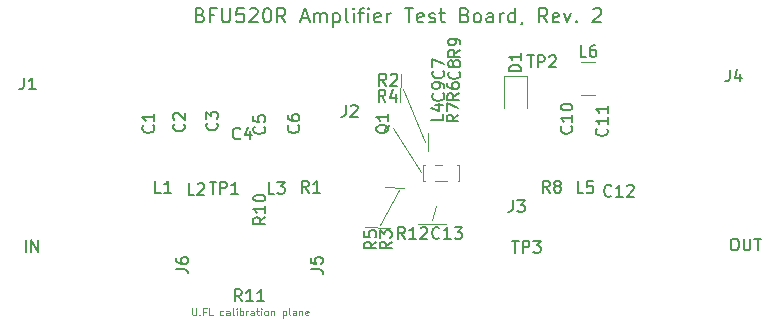
<source format=gbr>
G04 #@! TF.GenerationSoftware,KiCad,Pcbnew,5.1.2-f72e74a~84~ubuntu18.04.1*
G04 #@! TF.CreationDate,2019-08-01T22:55:58-04:00*
G04 #@! TF.ProjectId,iss-lna,6973732d-6c6e-4612-9e6b-696361645f70,rev?*
G04 #@! TF.SameCoordinates,Original*
G04 #@! TF.FileFunction,Legend,Top*
G04 #@! TF.FilePolarity,Positive*
%FSLAX46Y46*%
G04 Gerber Fmt 4.6, Leading zero omitted, Abs format (unit mm)*
G04 Created by KiCad (PCBNEW 5.1.2-f72e74a~84~ubuntu18.04.1) date 2019-08-01 22:55:58*
%MOMM*%
%LPD*%
G04 APERTURE LIST*
%ADD10C,0.120000*%
%ADD11C,0.100000*%
%ADD12C,0.150000*%
G04 APERTURE END LIST*
D10*
X114750000Y-58300000D02*
X112350000Y-54600000D01*
X112850000Y-59800000D02*
X111300000Y-62800000D01*
X112150000Y-63050000D02*
X110000000Y-63000000D01*
X111700000Y-59600000D02*
X113300000Y-59650000D01*
X115100000Y-55800000D02*
X113200000Y-51300000D01*
X115300000Y-55000000D02*
X115300000Y-56500000D01*
X113050000Y-50000000D02*
X112950000Y-52400000D01*
D11*
X95385714Y-69846428D02*
X95385714Y-70332142D01*
X95414285Y-70389285D01*
X95442857Y-70417857D01*
X95500000Y-70446428D01*
X95614285Y-70446428D01*
X95671428Y-70417857D01*
X95700000Y-70389285D01*
X95728571Y-70332142D01*
X95728571Y-69846428D01*
X96014285Y-70389285D02*
X96042857Y-70417857D01*
X96014285Y-70446428D01*
X95985714Y-70417857D01*
X96014285Y-70389285D01*
X96014285Y-70446428D01*
X96500000Y-70132142D02*
X96300000Y-70132142D01*
X96300000Y-70446428D02*
X96300000Y-69846428D01*
X96585714Y-69846428D01*
X97100000Y-70446428D02*
X96814285Y-70446428D01*
X96814285Y-69846428D01*
X98014285Y-70417857D02*
X97957142Y-70446428D01*
X97842857Y-70446428D01*
X97785714Y-70417857D01*
X97757142Y-70389285D01*
X97728571Y-70332142D01*
X97728571Y-70160714D01*
X97757142Y-70103571D01*
X97785714Y-70075000D01*
X97842857Y-70046428D01*
X97957142Y-70046428D01*
X98014285Y-70075000D01*
X98528571Y-70446428D02*
X98528571Y-70132142D01*
X98500000Y-70075000D01*
X98442857Y-70046428D01*
X98328571Y-70046428D01*
X98271428Y-70075000D01*
X98528571Y-70417857D02*
X98471428Y-70446428D01*
X98328571Y-70446428D01*
X98271428Y-70417857D01*
X98242857Y-70360714D01*
X98242857Y-70303571D01*
X98271428Y-70246428D01*
X98328571Y-70217857D01*
X98471428Y-70217857D01*
X98528571Y-70189285D01*
X98900000Y-70446428D02*
X98842857Y-70417857D01*
X98814285Y-70360714D01*
X98814285Y-69846428D01*
X99128571Y-70446428D02*
X99128571Y-70046428D01*
X99128571Y-69846428D02*
X99100000Y-69875000D01*
X99128571Y-69903571D01*
X99157142Y-69875000D01*
X99128571Y-69846428D01*
X99128571Y-69903571D01*
X99414285Y-70446428D02*
X99414285Y-69846428D01*
X99414285Y-70075000D02*
X99471428Y-70046428D01*
X99585714Y-70046428D01*
X99642857Y-70075000D01*
X99671428Y-70103571D01*
X99700000Y-70160714D01*
X99700000Y-70332142D01*
X99671428Y-70389285D01*
X99642857Y-70417857D01*
X99585714Y-70446428D01*
X99471428Y-70446428D01*
X99414285Y-70417857D01*
X99957142Y-70446428D02*
X99957142Y-70046428D01*
X99957142Y-70160714D02*
X99985714Y-70103571D01*
X100014285Y-70075000D01*
X100071428Y-70046428D01*
X100128571Y-70046428D01*
X100585714Y-70446428D02*
X100585714Y-70132142D01*
X100557142Y-70075000D01*
X100500000Y-70046428D01*
X100385714Y-70046428D01*
X100328571Y-70075000D01*
X100585714Y-70417857D02*
X100528571Y-70446428D01*
X100385714Y-70446428D01*
X100328571Y-70417857D01*
X100300000Y-70360714D01*
X100300000Y-70303571D01*
X100328571Y-70246428D01*
X100385714Y-70217857D01*
X100528571Y-70217857D01*
X100585714Y-70189285D01*
X100785714Y-70046428D02*
X101014285Y-70046428D01*
X100871428Y-69846428D02*
X100871428Y-70360714D01*
X100900000Y-70417857D01*
X100957142Y-70446428D01*
X101014285Y-70446428D01*
X101214285Y-70446428D02*
X101214285Y-70046428D01*
X101214285Y-69846428D02*
X101185714Y-69875000D01*
X101214285Y-69903571D01*
X101242857Y-69875000D01*
X101214285Y-69846428D01*
X101214285Y-69903571D01*
X101585714Y-70446428D02*
X101528571Y-70417857D01*
X101500000Y-70389285D01*
X101471428Y-70332142D01*
X101471428Y-70160714D01*
X101500000Y-70103571D01*
X101528571Y-70075000D01*
X101585714Y-70046428D01*
X101671428Y-70046428D01*
X101728571Y-70075000D01*
X101757142Y-70103571D01*
X101785714Y-70160714D01*
X101785714Y-70332142D01*
X101757142Y-70389285D01*
X101728571Y-70417857D01*
X101671428Y-70446428D01*
X101585714Y-70446428D01*
X102042857Y-70046428D02*
X102042857Y-70446428D01*
X102042857Y-70103571D02*
X102071428Y-70075000D01*
X102128571Y-70046428D01*
X102214285Y-70046428D01*
X102271428Y-70075000D01*
X102300000Y-70132142D01*
X102300000Y-70446428D01*
X103042857Y-70046428D02*
X103042857Y-70646428D01*
X103042857Y-70075000D02*
X103100000Y-70046428D01*
X103214285Y-70046428D01*
X103271428Y-70075000D01*
X103300000Y-70103571D01*
X103328571Y-70160714D01*
X103328571Y-70332142D01*
X103300000Y-70389285D01*
X103271428Y-70417857D01*
X103214285Y-70446428D01*
X103100000Y-70446428D01*
X103042857Y-70417857D01*
X103671428Y-70446428D02*
X103614285Y-70417857D01*
X103585714Y-70360714D01*
X103585714Y-69846428D01*
X104157142Y-70446428D02*
X104157142Y-70132142D01*
X104128571Y-70075000D01*
X104071428Y-70046428D01*
X103957142Y-70046428D01*
X103900000Y-70075000D01*
X104157142Y-70417857D02*
X104100000Y-70446428D01*
X103957142Y-70446428D01*
X103900000Y-70417857D01*
X103871428Y-70360714D01*
X103871428Y-70303571D01*
X103900000Y-70246428D01*
X103957142Y-70217857D01*
X104100000Y-70217857D01*
X104157142Y-70189285D01*
X104442857Y-70046428D02*
X104442857Y-70446428D01*
X104442857Y-70103571D02*
X104471428Y-70075000D01*
X104528571Y-70046428D01*
X104614285Y-70046428D01*
X104671428Y-70075000D01*
X104700000Y-70132142D01*
X104700000Y-70446428D01*
X105214285Y-70417857D02*
X105157142Y-70446428D01*
X105042857Y-70446428D01*
X104985714Y-70417857D01*
X104957142Y-70360714D01*
X104957142Y-70132142D01*
X104985714Y-70075000D01*
X105042857Y-70046428D01*
X105157142Y-70046428D01*
X105214285Y-70075000D01*
X105242857Y-70132142D01*
X105242857Y-70189285D01*
X104957142Y-70246428D01*
D12*
X96057142Y-45014285D02*
X96228571Y-45071428D01*
X96285714Y-45128571D01*
X96342857Y-45242857D01*
X96342857Y-45414285D01*
X96285714Y-45528571D01*
X96228571Y-45585714D01*
X96114285Y-45642857D01*
X95657142Y-45642857D01*
X95657142Y-44442857D01*
X96057142Y-44442857D01*
X96171428Y-44500000D01*
X96228571Y-44557142D01*
X96285714Y-44671428D01*
X96285714Y-44785714D01*
X96228571Y-44900000D01*
X96171428Y-44957142D01*
X96057142Y-45014285D01*
X95657142Y-45014285D01*
X97257142Y-45014285D02*
X96857142Y-45014285D01*
X96857142Y-45642857D02*
X96857142Y-44442857D01*
X97428571Y-44442857D01*
X97885714Y-44442857D02*
X97885714Y-45414285D01*
X97942857Y-45528571D01*
X98000000Y-45585714D01*
X98114285Y-45642857D01*
X98342857Y-45642857D01*
X98457142Y-45585714D01*
X98514285Y-45528571D01*
X98571428Y-45414285D01*
X98571428Y-44442857D01*
X99714285Y-44442857D02*
X99142857Y-44442857D01*
X99085714Y-45014285D01*
X99142857Y-44957142D01*
X99257142Y-44900000D01*
X99542857Y-44900000D01*
X99657142Y-44957142D01*
X99714285Y-45014285D01*
X99771428Y-45128571D01*
X99771428Y-45414285D01*
X99714285Y-45528571D01*
X99657142Y-45585714D01*
X99542857Y-45642857D01*
X99257142Y-45642857D01*
X99142857Y-45585714D01*
X99085714Y-45528571D01*
X100228571Y-44557142D02*
X100285714Y-44500000D01*
X100400000Y-44442857D01*
X100685714Y-44442857D01*
X100800000Y-44500000D01*
X100857142Y-44557142D01*
X100914285Y-44671428D01*
X100914285Y-44785714D01*
X100857142Y-44957142D01*
X100171428Y-45642857D01*
X100914285Y-45642857D01*
X101657142Y-44442857D02*
X101771428Y-44442857D01*
X101885714Y-44500000D01*
X101942857Y-44557142D01*
X102000000Y-44671428D01*
X102057142Y-44900000D01*
X102057142Y-45185714D01*
X102000000Y-45414285D01*
X101942857Y-45528571D01*
X101885714Y-45585714D01*
X101771428Y-45642857D01*
X101657142Y-45642857D01*
X101542857Y-45585714D01*
X101485714Y-45528571D01*
X101428571Y-45414285D01*
X101371428Y-45185714D01*
X101371428Y-44900000D01*
X101428571Y-44671428D01*
X101485714Y-44557142D01*
X101542857Y-44500000D01*
X101657142Y-44442857D01*
X103257142Y-45642857D02*
X102857142Y-45071428D01*
X102571428Y-45642857D02*
X102571428Y-44442857D01*
X103028571Y-44442857D01*
X103142857Y-44500000D01*
X103200000Y-44557142D01*
X103257142Y-44671428D01*
X103257142Y-44842857D01*
X103200000Y-44957142D01*
X103142857Y-45014285D01*
X103028571Y-45071428D01*
X102571428Y-45071428D01*
X104628571Y-45300000D02*
X105200000Y-45300000D01*
X104514285Y-45642857D02*
X104914285Y-44442857D01*
X105314285Y-45642857D01*
X105714285Y-45642857D02*
X105714285Y-44842857D01*
X105714285Y-44957142D02*
X105771428Y-44900000D01*
X105885714Y-44842857D01*
X106057142Y-44842857D01*
X106171428Y-44900000D01*
X106228571Y-45014285D01*
X106228571Y-45642857D01*
X106228571Y-45014285D02*
X106285714Y-44900000D01*
X106400000Y-44842857D01*
X106571428Y-44842857D01*
X106685714Y-44900000D01*
X106742857Y-45014285D01*
X106742857Y-45642857D01*
X107314285Y-44842857D02*
X107314285Y-46042857D01*
X107314285Y-44900000D02*
X107428571Y-44842857D01*
X107657142Y-44842857D01*
X107771428Y-44900000D01*
X107828571Y-44957142D01*
X107885714Y-45071428D01*
X107885714Y-45414285D01*
X107828571Y-45528571D01*
X107771428Y-45585714D01*
X107657142Y-45642857D01*
X107428571Y-45642857D01*
X107314285Y-45585714D01*
X108571428Y-45642857D02*
X108457142Y-45585714D01*
X108400000Y-45471428D01*
X108400000Y-44442857D01*
X109028571Y-45642857D02*
X109028571Y-44842857D01*
X109028571Y-44442857D02*
X108971428Y-44500000D01*
X109028571Y-44557142D01*
X109085714Y-44500000D01*
X109028571Y-44442857D01*
X109028571Y-44557142D01*
X109428571Y-44842857D02*
X109885714Y-44842857D01*
X109600000Y-45642857D02*
X109600000Y-44614285D01*
X109657142Y-44500000D01*
X109771428Y-44442857D01*
X109885714Y-44442857D01*
X110285714Y-45642857D02*
X110285714Y-44842857D01*
X110285714Y-44442857D02*
X110228571Y-44500000D01*
X110285714Y-44557142D01*
X110342857Y-44500000D01*
X110285714Y-44442857D01*
X110285714Y-44557142D01*
X111314285Y-45585714D02*
X111200000Y-45642857D01*
X110971428Y-45642857D01*
X110857142Y-45585714D01*
X110800000Y-45471428D01*
X110800000Y-45014285D01*
X110857142Y-44900000D01*
X110971428Y-44842857D01*
X111200000Y-44842857D01*
X111314285Y-44900000D01*
X111371428Y-45014285D01*
X111371428Y-45128571D01*
X110800000Y-45242857D01*
X111885714Y-45642857D02*
X111885714Y-44842857D01*
X111885714Y-45071428D02*
X111942857Y-44957142D01*
X112000000Y-44900000D01*
X112114285Y-44842857D01*
X112228571Y-44842857D01*
X113371428Y-44442857D02*
X114057142Y-44442857D01*
X113714285Y-45642857D02*
X113714285Y-44442857D01*
X114914285Y-45585714D02*
X114800000Y-45642857D01*
X114571428Y-45642857D01*
X114457142Y-45585714D01*
X114400000Y-45471428D01*
X114400000Y-45014285D01*
X114457142Y-44900000D01*
X114571428Y-44842857D01*
X114800000Y-44842857D01*
X114914285Y-44900000D01*
X114971428Y-45014285D01*
X114971428Y-45128571D01*
X114400000Y-45242857D01*
X115428571Y-45585714D02*
X115542857Y-45642857D01*
X115771428Y-45642857D01*
X115885714Y-45585714D01*
X115942857Y-45471428D01*
X115942857Y-45414285D01*
X115885714Y-45300000D01*
X115771428Y-45242857D01*
X115600000Y-45242857D01*
X115485714Y-45185714D01*
X115428571Y-45071428D01*
X115428571Y-45014285D01*
X115485714Y-44900000D01*
X115600000Y-44842857D01*
X115771428Y-44842857D01*
X115885714Y-44900000D01*
X116285714Y-44842857D02*
X116742857Y-44842857D01*
X116457142Y-44442857D02*
X116457142Y-45471428D01*
X116514285Y-45585714D01*
X116628571Y-45642857D01*
X116742857Y-45642857D01*
X118457142Y-45014285D02*
X118628571Y-45071428D01*
X118685714Y-45128571D01*
X118742857Y-45242857D01*
X118742857Y-45414285D01*
X118685714Y-45528571D01*
X118628571Y-45585714D01*
X118514285Y-45642857D01*
X118057142Y-45642857D01*
X118057142Y-44442857D01*
X118457142Y-44442857D01*
X118571428Y-44500000D01*
X118628571Y-44557142D01*
X118685714Y-44671428D01*
X118685714Y-44785714D01*
X118628571Y-44900000D01*
X118571428Y-44957142D01*
X118457142Y-45014285D01*
X118057142Y-45014285D01*
X119428571Y-45642857D02*
X119314285Y-45585714D01*
X119257142Y-45528571D01*
X119200000Y-45414285D01*
X119200000Y-45071428D01*
X119257142Y-44957142D01*
X119314285Y-44900000D01*
X119428571Y-44842857D01*
X119600000Y-44842857D01*
X119714285Y-44900000D01*
X119771428Y-44957142D01*
X119828571Y-45071428D01*
X119828571Y-45414285D01*
X119771428Y-45528571D01*
X119714285Y-45585714D01*
X119600000Y-45642857D01*
X119428571Y-45642857D01*
X120857142Y-45642857D02*
X120857142Y-45014285D01*
X120800000Y-44900000D01*
X120685714Y-44842857D01*
X120457142Y-44842857D01*
X120342857Y-44900000D01*
X120857142Y-45585714D02*
X120742857Y-45642857D01*
X120457142Y-45642857D01*
X120342857Y-45585714D01*
X120285714Y-45471428D01*
X120285714Y-45357142D01*
X120342857Y-45242857D01*
X120457142Y-45185714D01*
X120742857Y-45185714D01*
X120857142Y-45128571D01*
X121428571Y-45642857D02*
X121428571Y-44842857D01*
X121428571Y-45071428D02*
X121485714Y-44957142D01*
X121542857Y-44900000D01*
X121657142Y-44842857D01*
X121771428Y-44842857D01*
X122685714Y-45642857D02*
X122685714Y-44442857D01*
X122685714Y-45585714D02*
X122571428Y-45642857D01*
X122342857Y-45642857D01*
X122228571Y-45585714D01*
X122171428Y-45528571D01*
X122114285Y-45414285D01*
X122114285Y-45071428D01*
X122171428Y-44957142D01*
X122228571Y-44900000D01*
X122342857Y-44842857D01*
X122571428Y-44842857D01*
X122685714Y-44900000D01*
X123314285Y-45585714D02*
X123314285Y-45642857D01*
X123257142Y-45757142D01*
X123200000Y-45814285D01*
X125428571Y-45642857D02*
X125028571Y-45071428D01*
X124742857Y-45642857D02*
X124742857Y-44442857D01*
X125200000Y-44442857D01*
X125314285Y-44500000D01*
X125371428Y-44557142D01*
X125428571Y-44671428D01*
X125428571Y-44842857D01*
X125371428Y-44957142D01*
X125314285Y-45014285D01*
X125200000Y-45071428D01*
X124742857Y-45071428D01*
X126400000Y-45585714D02*
X126285714Y-45642857D01*
X126057142Y-45642857D01*
X125942857Y-45585714D01*
X125885714Y-45471428D01*
X125885714Y-45014285D01*
X125942857Y-44900000D01*
X126057142Y-44842857D01*
X126285714Y-44842857D01*
X126400000Y-44900000D01*
X126457142Y-45014285D01*
X126457142Y-45128571D01*
X125885714Y-45242857D01*
X126857142Y-44842857D02*
X127142857Y-45642857D01*
X127428571Y-44842857D01*
X127885714Y-45528571D02*
X127942857Y-45585714D01*
X127885714Y-45642857D01*
X127828571Y-45585714D01*
X127885714Y-45528571D01*
X127885714Y-45642857D01*
X129314285Y-44557142D02*
X129371428Y-44500000D01*
X129485714Y-44442857D01*
X129771428Y-44442857D01*
X129885714Y-44500000D01*
X129942857Y-44557142D01*
X130000000Y-44671428D01*
X130000000Y-44785714D01*
X129942857Y-44957142D01*
X129257142Y-45642857D01*
X130000000Y-45642857D01*
X141200000Y-63952380D02*
X141390476Y-63952380D01*
X141485714Y-64000000D01*
X141580952Y-64095238D01*
X141628571Y-64285714D01*
X141628571Y-64619047D01*
X141580952Y-64809523D01*
X141485714Y-64904761D01*
X141390476Y-64952380D01*
X141200000Y-64952380D01*
X141104761Y-64904761D01*
X141009523Y-64809523D01*
X140961904Y-64619047D01*
X140961904Y-64285714D01*
X141009523Y-64095238D01*
X141104761Y-64000000D01*
X141200000Y-63952380D01*
X142057142Y-63952380D02*
X142057142Y-64761904D01*
X142104761Y-64857142D01*
X142152380Y-64904761D01*
X142247619Y-64952380D01*
X142438095Y-64952380D01*
X142533333Y-64904761D01*
X142580952Y-64857142D01*
X142628571Y-64761904D01*
X142628571Y-63952380D01*
X142961904Y-63952380D02*
X143533333Y-63952380D01*
X143247619Y-64952380D02*
X143247619Y-63952380D01*
X81276190Y-65052380D02*
X81276190Y-64052380D01*
X81752380Y-65052380D02*
X81752380Y-64052380D01*
X82323809Y-65052380D01*
X82323809Y-64052380D01*
D10*
X115700000Y-62400000D02*
X116000000Y-61200000D01*
X116850000Y-62750000D02*
X114450000Y-62750000D01*
X116950000Y-59100000D02*
X115950000Y-59100000D01*
X116550000Y-57700000D02*
X115950000Y-57700000D01*
X114950000Y-59100000D02*
X114950000Y-57700000D01*
X117950000Y-59100000D02*
X117950000Y-57700000D01*
X117950000Y-57700000D02*
X117750000Y-57700000D01*
X114950000Y-57700000D02*
X115050000Y-57700000D01*
X115050000Y-59100000D02*
X114950000Y-59100000D01*
X117950000Y-59100000D02*
X117850000Y-59100000D01*
X128297936Y-51760000D02*
X129502064Y-51760000D01*
X128297936Y-49040000D02*
X129502064Y-49040000D01*
X121790000Y-50215000D02*
X121790000Y-52900000D01*
X123710000Y-50215000D02*
X121790000Y-50215000D01*
X123710000Y-52900000D02*
X123710000Y-50215000D01*
D12*
X123738095Y-48452380D02*
X124309523Y-48452380D01*
X124023809Y-49452380D02*
X124023809Y-48452380D01*
X124642857Y-49452380D02*
X124642857Y-48452380D01*
X125023809Y-48452380D01*
X125119047Y-48500000D01*
X125166666Y-48547619D01*
X125214285Y-48642857D01*
X125214285Y-48785714D01*
X125166666Y-48880952D01*
X125119047Y-48928571D01*
X125023809Y-48976190D01*
X124642857Y-48976190D01*
X125595238Y-48547619D02*
X125642857Y-48500000D01*
X125738095Y-48452380D01*
X125976190Y-48452380D01*
X126071428Y-48500000D01*
X126119047Y-48547619D01*
X126166666Y-48642857D01*
X126166666Y-48738095D01*
X126119047Y-48880952D01*
X125547619Y-49452380D01*
X126166666Y-49452380D01*
X140866666Y-49652380D02*
X140866666Y-50366666D01*
X140819047Y-50509523D01*
X140723809Y-50604761D01*
X140580952Y-50652380D01*
X140485714Y-50652380D01*
X141771428Y-49985714D02*
X141771428Y-50652380D01*
X141533333Y-49604761D02*
X141295238Y-50319047D01*
X141914285Y-50319047D01*
X81126666Y-50322380D02*
X81126666Y-51036666D01*
X81079047Y-51179523D01*
X80983809Y-51274761D01*
X80840952Y-51322380D01*
X80745714Y-51322380D01*
X82126666Y-51322380D02*
X81555238Y-51322380D01*
X81840952Y-51322380D02*
X81840952Y-50322380D01*
X81745714Y-50465238D01*
X81650476Y-50560476D01*
X81555238Y-50608095D01*
X117902380Y-53466666D02*
X117426190Y-53800000D01*
X117902380Y-54038095D02*
X116902380Y-54038095D01*
X116902380Y-53657142D01*
X116950000Y-53561904D01*
X116997619Y-53514285D01*
X117092857Y-53466666D01*
X117235714Y-53466666D01*
X117330952Y-53514285D01*
X117378571Y-53561904D01*
X117426190Y-53657142D01*
X117426190Y-54038095D01*
X116902380Y-53133333D02*
X116902380Y-52466666D01*
X117902380Y-52895238D01*
X113382142Y-63977380D02*
X113048809Y-63501190D01*
X112810714Y-63977380D02*
X112810714Y-62977380D01*
X113191666Y-62977380D01*
X113286904Y-63025000D01*
X113334523Y-63072619D01*
X113382142Y-63167857D01*
X113382142Y-63310714D01*
X113334523Y-63405952D01*
X113286904Y-63453571D01*
X113191666Y-63501190D01*
X112810714Y-63501190D01*
X114334523Y-63977380D02*
X113763095Y-63977380D01*
X114048809Y-63977380D02*
X114048809Y-62977380D01*
X113953571Y-63120238D01*
X113858333Y-63215476D01*
X113763095Y-63263095D01*
X114715476Y-63072619D02*
X114763095Y-63025000D01*
X114858333Y-62977380D01*
X115096428Y-62977380D01*
X115191666Y-63025000D01*
X115239285Y-63072619D01*
X115286904Y-63167857D01*
X115286904Y-63263095D01*
X115239285Y-63405952D01*
X114667857Y-63977380D01*
X115286904Y-63977380D01*
X116307142Y-63882142D02*
X116259523Y-63929761D01*
X116116666Y-63977380D01*
X116021428Y-63977380D01*
X115878571Y-63929761D01*
X115783333Y-63834523D01*
X115735714Y-63739285D01*
X115688095Y-63548809D01*
X115688095Y-63405952D01*
X115735714Y-63215476D01*
X115783333Y-63120238D01*
X115878571Y-63025000D01*
X116021428Y-62977380D01*
X116116666Y-62977380D01*
X116259523Y-63025000D01*
X116307142Y-63072619D01*
X117259523Y-63977380D02*
X116688095Y-63977380D01*
X116973809Y-63977380D02*
X116973809Y-62977380D01*
X116878571Y-63120238D01*
X116783333Y-63215476D01*
X116688095Y-63263095D01*
X117592857Y-62977380D02*
X118211904Y-62977380D01*
X117878571Y-63358333D01*
X118021428Y-63358333D01*
X118116666Y-63405952D01*
X118164285Y-63453571D01*
X118211904Y-63548809D01*
X118211904Y-63786904D01*
X118164285Y-63882142D01*
X118116666Y-63929761D01*
X118021428Y-63977380D01*
X117735714Y-63977380D01*
X117640476Y-63929761D01*
X117592857Y-63882142D01*
X122438095Y-64152380D02*
X123009523Y-64152380D01*
X122723809Y-65152380D02*
X122723809Y-64152380D01*
X123342857Y-65152380D02*
X123342857Y-64152380D01*
X123723809Y-64152380D01*
X123819047Y-64200000D01*
X123866666Y-64247619D01*
X123914285Y-64342857D01*
X123914285Y-64485714D01*
X123866666Y-64580952D01*
X123819047Y-64628571D01*
X123723809Y-64676190D01*
X123342857Y-64676190D01*
X124247619Y-64152380D02*
X124866666Y-64152380D01*
X124533333Y-64533333D01*
X124676190Y-64533333D01*
X124771428Y-64580952D01*
X124819047Y-64628571D01*
X124866666Y-64723809D01*
X124866666Y-64961904D01*
X124819047Y-65057142D01*
X124771428Y-65104761D01*
X124676190Y-65152380D01*
X124390476Y-65152380D01*
X124295238Y-65104761D01*
X124247619Y-65057142D01*
X96838095Y-59152380D02*
X97409523Y-59152380D01*
X97123809Y-60152380D02*
X97123809Y-59152380D01*
X97742857Y-60152380D02*
X97742857Y-59152380D01*
X98123809Y-59152380D01*
X98219047Y-59200000D01*
X98266666Y-59247619D01*
X98314285Y-59342857D01*
X98314285Y-59485714D01*
X98266666Y-59580952D01*
X98219047Y-59628571D01*
X98123809Y-59676190D01*
X97742857Y-59676190D01*
X99266666Y-60152380D02*
X98695238Y-60152380D01*
X98980952Y-60152380D02*
X98980952Y-59152380D01*
X98885714Y-59295238D01*
X98790476Y-59390476D01*
X98695238Y-59438095D01*
X99557142Y-69252380D02*
X99223809Y-68776190D01*
X98985714Y-69252380D02*
X98985714Y-68252380D01*
X99366666Y-68252380D01*
X99461904Y-68300000D01*
X99509523Y-68347619D01*
X99557142Y-68442857D01*
X99557142Y-68585714D01*
X99509523Y-68680952D01*
X99461904Y-68728571D01*
X99366666Y-68776190D01*
X98985714Y-68776190D01*
X100509523Y-69252380D02*
X99938095Y-69252380D01*
X100223809Y-69252380D02*
X100223809Y-68252380D01*
X100128571Y-68395238D01*
X100033333Y-68490476D01*
X99938095Y-68538095D01*
X101461904Y-69252380D02*
X100890476Y-69252380D01*
X101176190Y-69252380D02*
X101176190Y-68252380D01*
X101080952Y-68395238D01*
X100985714Y-68490476D01*
X100890476Y-68538095D01*
X101552380Y-62142857D02*
X101076190Y-62476190D01*
X101552380Y-62714285D02*
X100552380Y-62714285D01*
X100552380Y-62333333D01*
X100600000Y-62238095D01*
X100647619Y-62190476D01*
X100742857Y-62142857D01*
X100885714Y-62142857D01*
X100980952Y-62190476D01*
X101028571Y-62238095D01*
X101076190Y-62333333D01*
X101076190Y-62714285D01*
X101552380Y-61190476D02*
X101552380Y-61761904D01*
X101552380Y-61476190D02*
X100552380Y-61476190D01*
X100695238Y-61571428D01*
X100790476Y-61666666D01*
X100838095Y-61761904D01*
X100552380Y-60571428D02*
X100552380Y-60476190D01*
X100600000Y-60380952D01*
X100647619Y-60333333D01*
X100742857Y-60285714D01*
X100933333Y-60238095D01*
X101171428Y-60238095D01*
X101361904Y-60285714D01*
X101457142Y-60333333D01*
X101504761Y-60380952D01*
X101552380Y-60476190D01*
X101552380Y-60571428D01*
X101504761Y-60666666D01*
X101457142Y-60714285D01*
X101361904Y-60761904D01*
X101171428Y-60809523D01*
X100933333Y-60809523D01*
X100742857Y-60761904D01*
X100647619Y-60714285D01*
X100600000Y-60666666D01*
X100552380Y-60571428D01*
X118052380Y-47966666D02*
X117576190Y-48300000D01*
X118052380Y-48538095D02*
X117052380Y-48538095D01*
X117052380Y-48157142D01*
X117100000Y-48061904D01*
X117147619Y-48014285D01*
X117242857Y-47966666D01*
X117385714Y-47966666D01*
X117480952Y-48014285D01*
X117528571Y-48061904D01*
X117576190Y-48157142D01*
X117576190Y-48538095D01*
X118052380Y-47490476D02*
X118052380Y-47300000D01*
X118004761Y-47204761D01*
X117957142Y-47157142D01*
X117814285Y-47061904D01*
X117623809Y-47014285D01*
X117242857Y-47014285D01*
X117147619Y-47061904D01*
X117100000Y-47109523D01*
X117052380Y-47204761D01*
X117052380Y-47395238D01*
X117100000Y-47490476D01*
X117147619Y-47538095D01*
X117242857Y-47585714D01*
X117480952Y-47585714D01*
X117576190Y-47538095D01*
X117623809Y-47490476D01*
X117671428Y-47395238D01*
X117671428Y-47204761D01*
X117623809Y-47109523D01*
X117576190Y-47061904D01*
X117480952Y-47014285D01*
X125633333Y-60052380D02*
X125300000Y-59576190D01*
X125061904Y-60052380D02*
X125061904Y-59052380D01*
X125442857Y-59052380D01*
X125538095Y-59100000D01*
X125585714Y-59147619D01*
X125633333Y-59242857D01*
X125633333Y-59385714D01*
X125585714Y-59480952D01*
X125538095Y-59528571D01*
X125442857Y-59576190D01*
X125061904Y-59576190D01*
X126204761Y-59480952D02*
X126109523Y-59433333D01*
X126061904Y-59385714D01*
X126014285Y-59290476D01*
X126014285Y-59242857D01*
X126061904Y-59147619D01*
X126109523Y-59100000D01*
X126204761Y-59052380D01*
X126395238Y-59052380D01*
X126490476Y-59100000D01*
X126538095Y-59147619D01*
X126585714Y-59242857D01*
X126585714Y-59290476D01*
X126538095Y-59385714D01*
X126490476Y-59433333D01*
X126395238Y-59480952D01*
X126204761Y-59480952D01*
X126109523Y-59528571D01*
X126061904Y-59576190D01*
X126014285Y-59671428D01*
X126014285Y-59861904D01*
X126061904Y-59957142D01*
X126109523Y-60004761D01*
X126204761Y-60052380D01*
X126395238Y-60052380D01*
X126490476Y-60004761D01*
X126538095Y-59957142D01*
X126585714Y-59861904D01*
X126585714Y-59671428D01*
X126538095Y-59576190D01*
X126490476Y-59528571D01*
X126395238Y-59480952D01*
X117952380Y-51666666D02*
X117476190Y-52000000D01*
X117952380Y-52238095D02*
X116952380Y-52238095D01*
X116952380Y-51857142D01*
X117000000Y-51761904D01*
X117047619Y-51714285D01*
X117142857Y-51666666D01*
X117285714Y-51666666D01*
X117380952Y-51714285D01*
X117428571Y-51761904D01*
X117476190Y-51857142D01*
X117476190Y-52238095D01*
X116952380Y-50809523D02*
X116952380Y-51000000D01*
X117000000Y-51095238D01*
X117047619Y-51142857D01*
X117190476Y-51238095D01*
X117380952Y-51285714D01*
X117761904Y-51285714D01*
X117857142Y-51238095D01*
X117904761Y-51190476D01*
X117952380Y-51095238D01*
X117952380Y-50904761D01*
X117904761Y-50809523D01*
X117857142Y-50761904D01*
X117761904Y-50714285D01*
X117523809Y-50714285D01*
X117428571Y-50761904D01*
X117380952Y-50809523D01*
X117333333Y-50904761D01*
X117333333Y-51095238D01*
X117380952Y-51190476D01*
X117428571Y-51238095D01*
X117523809Y-51285714D01*
X110952380Y-64216666D02*
X110476190Y-64550000D01*
X110952380Y-64788095D02*
X109952380Y-64788095D01*
X109952380Y-64407142D01*
X110000000Y-64311904D01*
X110047619Y-64264285D01*
X110142857Y-64216666D01*
X110285714Y-64216666D01*
X110380952Y-64264285D01*
X110428571Y-64311904D01*
X110476190Y-64407142D01*
X110476190Y-64788095D01*
X109952380Y-63311904D02*
X109952380Y-63788095D01*
X110428571Y-63835714D01*
X110380952Y-63788095D01*
X110333333Y-63692857D01*
X110333333Y-63454761D01*
X110380952Y-63359523D01*
X110428571Y-63311904D01*
X110523809Y-63264285D01*
X110761904Y-63264285D01*
X110857142Y-63311904D01*
X110904761Y-63359523D01*
X110952380Y-63454761D01*
X110952380Y-63692857D01*
X110904761Y-63788095D01*
X110857142Y-63835714D01*
X111733333Y-52352380D02*
X111400000Y-51876190D01*
X111161904Y-52352380D02*
X111161904Y-51352380D01*
X111542857Y-51352380D01*
X111638095Y-51400000D01*
X111685714Y-51447619D01*
X111733333Y-51542857D01*
X111733333Y-51685714D01*
X111685714Y-51780952D01*
X111638095Y-51828571D01*
X111542857Y-51876190D01*
X111161904Y-51876190D01*
X112590476Y-51685714D02*
X112590476Y-52352380D01*
X112352380Y-51304761D02*
X112114285Y-52019047D01*
X112733333Y-52019047D01*
X112252380Y-64216666D02*
X111776190Y-64550000D01*
X112252380Y-64788095D02*
X111252380Y-64788095D01*
X111252380Y-64407142D01*
X111300000Y-64311904D01*
X111347619Y-64264285D01*
X111442857Y-64216666D01*
X111585714Y-64216666D01*
X111680952Y-64264285D01*
X111728571Y-64311904D01*
X111776190Y-64407142D01*
X111776190Y-64788095D01*
X111252380Y-63883333D02*
X111252380Y-63264285D01*
X111633333Y-63597619D01*
X111633333Y-63454761D01*
X111680952Y-63359523D01*
X111728571Y-63311904D01*
X111823809Y-63264285D01*
X112061904Y-63264285D01*
X112157142Y-63311904D01*
X112204761Y-63359523D01*
X112252380Y-63454761D01*
X112252380Y-63740476D01*
X112204761Y-63835714D01*
X112157142Y-63883333D01*
X111783333Y-51002380D02*
X111450000Y-50526190D01*
X111211904Y-51002380D02*
X111211904Y-50002380D01*
X111592857Y-50002380D01*
X111688095Y-50050000D01*
X111735714Y-50097619D01*
X111783333Y-50192857D01*
X111783333Y-50335714D01*
X111735714Y-50430952D01*
X111688095Y-50478571D01*
X111592857Y-50526190D01*
X111211904Y-50526190D01*
X112164285Y-50097619D02*
X112211904Y-50050000D01*
X112307142Y-50002380D01*
X112545238Y-50002380D01*
X112640476Y-50050000D01*
X112688095Y-50097619D01*
X112735714Y-50192857D01*
X112735714Y-50288095D01*
X112688095Y-50430952D01*
X112116666Y-51002380D01*
X112735714Y-51002380D01*
X105233333Y-60052380D02*
X104900000Y-59576190D01*
X104661904Y-60052380D02*
X104661904Y-59052380D01*
X105042857Y-59052380D01*
X105138095Y-59100000D01*
X105185714Y-59147619D01*
X105233333Y-59242857D01*
X105233333Y-59385714D01*
X105185714Y-59480952D01*
X105138095Y-59528571D01*
X105042857Y-59576190D01*
X104661904Y-59576190D01*
X106185714Y-60052380D02*
X105614285Y-60052380D01*
X105900000Y-60052380D02*
X105900000Y-59052380D01*
X105804761Y-59195238D01*
X105709523Y-59290476D01*
X105614285Y-59338095D01*
X112047619Y-54295238D02*
X112000000Y-54390476D01*
X111904761Y-54485714D01*
X111761904Y-54628571D01*
X111714285Y-54723809D01*
X111714285Y-54819047D01*
X111952380Y-54771428D02*
X111904761Y-54866666D01*
X111809523Y-54961904D01*
X111619047Y-55009523D01*
X111285714Y-55009523D01*
X111095238Y-54961904D01*
X111000000Y-54866666D01*
X110952380Y-54771428D01*
X110952380Y-54580952D01*
X111000000Y-54485714D01*
X111095238Y-54390476D01*
X111285714Y-54342857D01*
X111619047Y-54342857D01*
X111809523Y-54390476D01*
X111904761Y-54485714D01*
X111952380Y-54580952D01*
X111952380Y-54771428D01*
X111952380Y-53390476D02*
X111952380Y-53961904D01*
X111952380Y-53676190D02*
X110952380Y-53676190D01*
X111095238Y-53771428D01*
X111190476Y-53866666D01*
X111238095Y-53961904D01*
X128733333Y-48572380D02*
X128257142Y-48572380D01*
X128257142Y-47572380D01*
X129495238Y-47572380D02*
X129304761Y-47572380D01*
X129209523Y-47620000D01*
X129161904Y-47667619D01*
X129066666Y-47810476D01*
X129019047Y-48000952D01*
X129019047Y-48381904D01*
X129066666Y-48477142D01*
X129114285Y-48524761D01*
X129209523Y-48572380D01*
X129400000Y-48572380D01*
X129495238Y-48524761D01*
X129542857Y-48477142D01*
X129590476Y-48381904D01*
X129590476Y-48143809D01*
X129542857Y-48048571D01*
X129495238Y-48000952D01*
X129400000Y-47953333D01*
X129209523Y-47953333D01*
X129114285Y-48000952D01*
X129066666Y-48048571D01*
X129019047Y-48143809D01*
X128483333Y-60102380D02*
X128007142Y-60102380D01*
X128007142Y-59102380D01*
X129292857Y-59102380D02*
X128816666Y-59102380D01*
X128769047Y-59578571D01*
X128816666Y-59530952D01*
X128911904Y-59483333D01*
X129150000Y-59483333D01*
X129245238Y-59530952D01*
X129292857Y-59578571D01*
X129340476Y-59673809D01*
X129340476Y-59911904D01*
X129292857Y-60007142D01*
X129245238Y-60054761D01*
X129150000Y-60102380D01*
X128911904Y-60102380D01*
X128816666Y-60054761D01*
X128769047Y-60007142D01*
X116602380Y-53416666D02*
X116602380Y-53892857D01*
X115602380Y-53892857D01*
X115935714Y-52654761D02*
X116602380Y-52654761D01*
X115554761Y-52892857D02*
X116269047Y-53130952D01*
X116269047Y-52511904D01*
X102333333Y-60152380D02*
X101857142Y-60152380D01*
X101857142Y-59152380D01*
X102571428Y-59152380D02*
X103190476Y-59152380D01*
X102857142Y-59533333D01*
X103000000Y-59533333D01*
X103095238Y-59580952D01*
X103142857Y-59628571D01*
X103190476Y-59723809D01*
X103190476Y-59961904D01*
X103142857Y-60057142D01*
X103095238Y-60104761D01*
X103000000Y-60152380D01*
X102714285Y-60152380D01*
X102619047Y-60104761D01*
X102571428Y-60057142D01*
X95533333Y-60252380D02*
X95057142Y-60252380D01*
X95057142Y-59252380D01*
X95819047Y-59347619D02*
X95866666Y-59300000D01*
X95961904Y-59252380D01*
X96200000Y-59252380D01*
X96295238Y-59300000D01*
X96342857Y-59347619D01*
X96390476Y-59442857D01*
X96390476Y-59538095D01*
X96342857Y-59680952D01*
X95771428Y-60252380D01*
X96390476Y-60252380D01*
X92733333Y-60052380D02*
X92257142Y-60052380D01*
X92257142Y-59052380D01*
X93590476Y-60052380D02*
X93019047Y-60052380D01*
X93304761Y-60052380D02*
X93304761Y-59052380D01*
X93209523Y-59195238D01*
X93114285Y-59290476D01*
X93019047Y-59338095D01*
X94002380Y-66528333D02*
X94716666Y-66528333D01*
X94859523Y-66575952D01*
X94954761Y-66671190D01*
X95002380Y-66814047D01*
X95002380Y-66909285D01*
X94002380Y-65623571D02*
X94002380Y-65814047D01*
X94050000Y-65909285D01*
X94097619Y-65956904D01*
X94240476Y-66052142D01*
X94430952Y-66099761D01*
X94811904Y-66099761D01*
X94907142Y-66052142D01*
X94954761Y-66004523D01*
X95002380Y-65909285D01*
X95002380Y-65718809D01*
X94954761Y-65623571D01*
X94907142Y-65575952D01*
X94811904Y-65528333D01*
X94573809Y-65528333D01*
X94478571Y-65575952D01*
X94430952Y-65623571D01*
X94383333Y-65718809D01*
X94383333Y-65909285D01*
X94430952Y-66004523D01*
X94478571Y-66052142D01*
X94573809Y-66099761D01*
X105402380Y-66533333D02*
X106116666Y-66533333D01*
X106259523Y-66580952D01*
X106354761Y-66676190D01*
X106402380Y-66819047D01*
X106402380Y-66914285D01*
X105402380Y-65580952D02*
X105402380Y-66057142D01*
X105878571Y-66104761D01*
X105830952Y-66057142D01*
X105783333Y-65961904D01*
X105783333Y-65723809D01*
X105830952Y-65628571D01*
X105878571Y-65580952D01*
X105973809Y-65533333D01*
X106211904Y-65533333D01*
X106307142Y-65580952D01*
X106354761Y-65628571D01*
X106402380Y-65723809D01*
X106402380Y-65961904D01*
X106354761Y-66057142D01*
X106307142Y-66104761D01*
X122516666Y-60702380D02*
X122516666Y-61416666D01*
X122469047Y-61559523D01*
X122373809Y-61654761D01*
X122230952Y-61702380D01*
X122135714Y-61702380D01*
X122897619Y-60702380D02*
X123516666Y-60702380D01*
X123183333Y-61083333D01*
X123326190Y-61083333D01*
X123421428Y-61130952D01*
X123469047Y-61178571D01*
X123516666Y-61273809D01*
X123516666Y-61511904D01*
X123469047Y-61607142D01*
X123421428Y-61654761D01*
X123326190Y-61702380D01*
X123040476Y-61702380D01*
X122945238Y-61654761D01*
X122897619Y-61607142D01*
X108366666Y-52652380D02*
X108366666Y-53366666D01*
X108319047Y-53509523D01*
X108223809Y-53604761D01*
X108080952Y-53652380D01*
X107985714Y-53652380D01*
X108795238Y-52747619D02*
X108842857Y-52700000D01*
X108938095Y-52652380D01*
X109176190Y-52652380D01*
X109271428Y-52700000D01*
X109319047Y-52747619D01*
X109366666Y-52842857D01*
X109366666Y-52938095D01*
X109319047Y-53080952D01*
X108747619Y-53652380D01*
X109366666Y-53652380D01*
X123202380Y-49788095D02*
X122202380Y-49788095D01*
X122202380Y-49550000D01*
X122250000Y-49407142D01*
X122345238Y-49311904D01*
X122440476Y-49264285D01*
X122630952Y-49216666D01*
X122773809Y-49216666D01*
X122964285Y-49264285D01*
X123059523Y-49311904D01*
X123154761Y-49407142D01*
X123202380Y-49550000D01*
X123202380Y-49788095D01*
X123202380Y-48264285D02*
X123202380Y-48835714D01*
X123202380Y-48550000D02*
X122202380Y-48550000D01*
X122345238Y-48645238D01*
X122440476Y-48740476D01*
X122488095Y-48835714D01*
X130857142Y-60307142D02*
X130809523Y-60354761D01*
X130666666Y-60402380D01*
X130571428Y-60402380D01*
X130428571Y-60354761D01*
X130333333Y-60259523D01*
X130285714Y-60164285D01*
X130238095Y-59973809D01*
X130238095Y-59830952D01*
X130285714Y-59640476D01*
X130333333Y-59545238D01*
X130428571Y-59450000D01*
X130571428Y-59402380D01*
X130666666Y-59402380D01*
X130809523Y-59450000D01*
X130857142Y-59497619D01*
X131809523Y-60402380D02*
X131238095Y-60402380D01*
X131523809Y-60402380D02*
X131523809Y-59402380D01*
X131428571Y-59545238D01*
X131333333Y-59640476D01*
X131238095Y-59688095D01*
X132190476Y-59497619D02*
X132238095Y-59450000D01*
X132333333Y-59402380D01*
X132571428Y-59402380D01*
X132666666Y-59450000D01*
X132714285Y-59497619D01*
X132761904Y-59592857D01*
X132761904Y-59688095D01*
X132714285Y-59830952D01*
X132142857Y-60402380D01*
X132761904Y-60402380D01*
X130457142Y-54642857D02*
X130504761Y-54690476D01*
X130552380Y-54833333D01*
X130552380Y-54928571D01*
X130504761Y-55071428D01*
X130409523Y-55166666D01*
X130314285Y-55214285D01*
X130123809Y-55261904D01*
X129980952Y-55261904D01*
X129790476Y-55214285D01*
X129695238Y-55166666D01*
X129600000Y-55071428D01*
X129552380Y-54928571D01*
X129552380Y-54833333D01*
X129600000Y-54690476D01*
X129647619Y-54642857D01*
X130552380Y-53690476D02*
X130552380Y-54261904D01*
X130552380Y-53976190D02*
X129552380Y-53976190D01*
X129695238Y-54071428D01*
X129790476Y-54166666D01*
X129838095Y-54261904D01*
X130552380Y-52738095D02*
X130552380Y-53309523D01*
X130552380Y-53023809D02*
X129552380Y-53023809D01*
X129695238Y-53119047D01*
X129790476Y-53214285D01*
X129838095Y-53309523D01*
X127457142Y-54442857D02*
X127504761Y-54490476D01*
X127552380Y-54633333D01*
X127552380Y-54728571D01*
X127504761Y-54871428D01*
X127409523Y-54966666D01*
X127314285Y-55014285D01*
X127123809Y-55061904D01*
X126980952Y-55061904D01*
X126790476Y-55014285D01*
X126695238Y-54966666D01*
X126600000Y-54871428D01*
X126552380Y-54728571D01*
X126552380Y-54633333D01*
X126600000Y-54490476D01*
X126647619Y-54442857D01*
X127552380Y-53490476D02*
X127552380Y-54061904D01*
X127552380Y-53776190D02*
X126552380Y-53776190D01*
X126695238Y-53871428D01*
X126790476Y-53966666D01*
X126838095Y-54061904D01*
X126552380Y-52871428D02*
X126552380Y-52776190D01*
X126600000Y-52680952D01*
X126647619Y-52633333D01*
X126742857Y-52585714D01*
X126933333Y-52538095D01*
X127171428Y-52538095D01*
X127361904Y-52585714D01*
X127457142Y-52633333D01*
X127504761Y-52680952D01*
X127552380Y-52776190D01*
X127552380Y-52871428D01*
X127504761Y-52966666D01*
X127457142Y-53014285D01*
X127361904Y-53061904D01*
X127171428Y-53109523D01*
X126933333Y-53109523D01*
X126742857Y-53061904D01*
X126647619Y-53014285D01*
X126600000Y-52966666D01*
X126552380Y-52871428D01*
X116607142Y-51666666D02*
X116654761Y-51714285D01*
X116702380Y-51857142D01*
X116702380Y-51952380D01*
X116654761Y-52095238D01*
X116559523Y-52190476D01*
X116464285Y-52238095D01*
X116273809Y-52285714D01*
X116130952Y-52285714D01*
X115940476Y-52238095D01*
X115845238Y-52190476D01*
X115750000Y-52095238D01*
X115702380Y-51952380D01*
X115702380Y-51857142D01*
X115750000Y-51714285D01*
X115797619Y-51666666D01*
X116702380Y-51190476D02*
X116702380Y-51000000D01*
X116654761Y-50904761D01*
X116607142Y-50857142D01*
X116464285Y-50761904D01*
X116273809Y-50714285D01*
X115892857Y-50714285D01*
X115797619Y-50761904D01*
X115750000Y-50809523D01*
X115702380Y-50904761D01*
X115702380Y-51095238D01*
X115750000Y-51190476D01*
X115797619Y-51238095D01*
X115892857Y-51285714D01*
X116130952Y-51285714D01*
X116226190Y-51238095D01*
X116273809Y-51190476D01*
X116321428Y-51095238D01*
X116321428Y-50904761D01*
X116273809Y-50809523D01*
X116226190Y-50761904D01*
X116130952Y-50714285D01*
X117957142Y-49816666D02*
X118004761Y-49864285D01*
X118052380Y-50007142D01*
X118052380Y-50102380D01*
X118004761Y-50245238D01*
X117909523Y-50340476D01*
X117814285Y-50388095D01*
X117623809Y-50435714D01*
X117480952Y-50435714D01*
X117290476Y-50388095D01*
X117195238Y-50340476D01*
X117100000Y-50245238D01*
X117052380Y-50102380D01*
X117052380Y-50007142D01*
X117100000Y-49864285D01*
X117147619Y-49816666D01*
X117480952Y-49245238D02*
X117433333Y-49340476D01*
X117385714Y-49388095D01*
X117290476Y-49435714D01*
X117242857Y-49435714D01*
X117147619Y-49388095D01*
X117100000Y-49340476D01*
X117052380Y-49245238D01*
X117052380Y-49054761D01*
X117100000Y-48959523D01*
X117147619Y-48911904D01*
X117242857Y-48864285D01*
X117290476Y-48864285D01*
X117385714Y-48911904D01*
X117433333Y-48959523D01*
X117480952Y-49054761D01*
X117480952Y-49245238D01*
X117528571Y-49340476D01*
X117576190Y-49388095D01*
X117671428Y-49435714D01*
X117861904Y-49435714D01*
X117957142Y-49388095D01*
X118004761Y-49340476D01*
X118052380Y-49245238D01*
X118052380Y-49054761D01*
X118004761Y-48959523D01*
X117957142Y-48911904D01*
X117861904Y-48864285D01*
X117671428Y-48864285D01*
X117576190Y-48911904D01*
X117528571Y-48959523D01*
X117480952Y-49054761D01*
X116607142Y-49766666D02*
X116654761Y-49814285D01*
X116702380Y-49957142D01*
X116702380Y-50052380D01*
X116654761Y-50195238D01*
X116559523Y-50290476D01*
X116464285Y-50338095D01*
X116273809Y-50385714D01*
X116130952Y-50385714D01*
X115940476Y-50338095D01*
X115845238Y-50290476D01*
X115750000Y-50195238D01*
X115702380Y-50052380D01*
X115702380Y-49957142D01*
X115750000Y-49814285D01*
X115797619Y-49766666D01*
X115702380Y-49433333D02*
X115702380Y-48766666D01*
X116702380Y-49195238D01*
X104357142Y-54366666D02*
X104404761Y-54414285D01*
X104452380Y-54557142D01*
X104452380Y-54652380D01*
X104404761Y-54795238D01*
X104309523Y-54890476D01*
X104214285Y-54938095D01*
X104023809Y-54985714D01*
X103880952Y-54985714D01*
X103690476Y-54938095D01*
X103595238Y-54890476D01*
X103500000Y-54795238D01*
X103452380Y-54652380D01*
X103452380Y-54557142D01*
X103500000Y-54414285D01*
X103547619Y-54366666D01*
X103452380Y-53509523D02*
X103452380Y-53700000D01*
X103500000Y-53795238D01*
X103547619Y-53842857D01*
X103690476Y-53938095D01*
X103880952Y-53985714D01*
X104261904Y-53985714D01*
X104357142Y-53938095D01*
X104404761Y-53890476D01*
X104452380Y-53795238D01*
X104452380Y-53604761D01*
X104404761Y-53509523D01*
X104357142Y-53461904D01*
X104261904Y-53414285D01*
X104023809Y-53414285D01*
X103928571Y-53461904D01*
X103880952Y-53509523D01*
X103833333Y-53604761D01*
X103833333Y-53795238D01*
X103880952Y-53890476D01*
X103928571Y-53938095D01*
X104023809Y-53985714D01*
X101457142Y-54466666D02*
X101504761Y-54514285D01*
X101552380Y-54657142D01*
X101552380Y-54752380D01*
X101504761Y-54895238D01*
X101409523Y-54990476D01*
X101314285Y-55038095D01*
X101123809Y-55085714D01*
X100980952Y-55085714D01*
X100790476Y-55038095D01*
X100695238Y-54990476D01*
X100600000Y-54895238D01*
X100552380Y-54752380D01*
X100552380Y-54657142D01*
X100600000Y-54514285D01*
X100647619Y-54466666D01*
X100552380Y-53561904D02*
X100552380Y-54038095D01*
X101028571Y-54085714D01*
X100980952Y-54038095D01*
X100933333Y-53942857D01*
X100933333Y-53704761D01*
X100980952Y-53609523D01*
X101028571Y-53561904D01*
X101123809Y-53514285D01*
X101361904Y-53514285D01*
X101457142Y-53561904D01*
X101504761Y-53609523D01*
X101552380Y-53704761D01*
X101552380Y-53942857D01*
X101504761Y-54038095D01*
X101457142Y-54085714D01*
X99433333Y-55457142D02*
X99385714Y-55504761D01*
X99242857Y-55552380D01*
X99147619Y-55552380D01*
X99004761Y-55504761D01*
X98909523Y-55409523D01*
X98861904Y-55314285D01*
X98814285Y-55123809D01*
X98814285Y-54980952D01*
X98861904Y-54790476D01*
X98909523Y-54695238D01*
X99004761Y-54600000D01*
X99147619Y-54552380D01*
X99242857Y-54552380D01*
X99385714Y-54600000D01*
X99433333Y-54647619D01*
X100290476Y-54885714D02*
X100290476Y-55552380D01*
X100052380Y-54504761D02*
X99814285Y-55219047D01*
X100433333Y-55219047D01*
X97457142Y-54166666D02*
X97504761Y-54214285D01*
X97552380Y-54357142D01*
X97552380Y-54452380D01*
X97504761Y-54595238D01*
X97409523Y-54690476D01*
X97314285Y-54738095D01*
X97123809Y-54785714D01*
X96980952Y-54785714D01*
X96790476Y-54738095D01*
X96695238Y-54690476D01*
X96600000Y-54595238D01*
X96552380Y-54452380D01*
X96552380Y-54357142D01*
X96600000Y-54214285D01*
X96647619Y-54166666D01*
X96552380Y-53833333D02*
X96552380Y-53214285D01*
X96933333Y-53547619D01*
X96933333Y-53404761D01*
X96980952Y-53309523D01*
X97028571Y-53261904D01*
X97123809Y-53214285D01*
X97361904Y-53214285D01*
X97457142Y-53261904D01*
X97504761Y-53309523D01*
X97552380Y-53404761D01*
X97552380Y-53690476D01*
X97504761Y-53785714D01*
X97457142Y-53833333D01*
X94657142Y-54266666D02*
X94704761Y-54314285D01*
X94752380Y-54457142D01*
X94752380Y-54552380D01*
X94704761Y-54695238D01*
X94609523Y-54790476D01*
X94514285Y-54838095D01*
X94323809Y-54885714D01*
X94180952Y-54885714D01*
X93990476Y-54838095D01*
X93895238Y-54790476D01*
X93800000Y-54695238D01*
X93752380Y-54552380D01*
X93752380Y-54457142D01*
X93800000Y-54314285D01*
X93847619Y-54266666D01*
X93847619Y-53885714D02*
X93800000Y-53838095D01*
X93752380Y-53742857D01*
X93752380Y-53504761D01*
X93800000Y-53409523D01*
X93847619Y-53361904D01*
X93942857Y-53314285D01*
X94038095Y-53314285D01*
X94180952Y-53361904D01*
X94752380Y-53933333D01*
X94752380Y-53314285D01*
X92057142Y-54366666D02*
X92104761Y-54414285D01*
X92152380Y-54557142D01*
X92152380Y-54652380D01*
X92104761Y-54795238D01*
X92009523Y-54890476D01*
X91914285Y-54938095D01*
X91723809Y-54985714D01*
X91580952Y-54985714D01*
X91390476Y-54938095D01*
X91295238Y-54890476D01*
X91200000Y-54795238D01*
X91152380Y-54652380D01*
X91152380Y-54557142D01*
X91200000Y-54414285D01*
X91247619Y-54366666D01*
X92152380Y-53414285D02*
X92152380Y-53985714D01*
X92152380Y-53700000D02*
X91152380Y-53700000D01*
X91295238Y-53795238D01*
X91390476Y-53890476D01*
X91438095Y-53985714D01*
M02*

</source>
